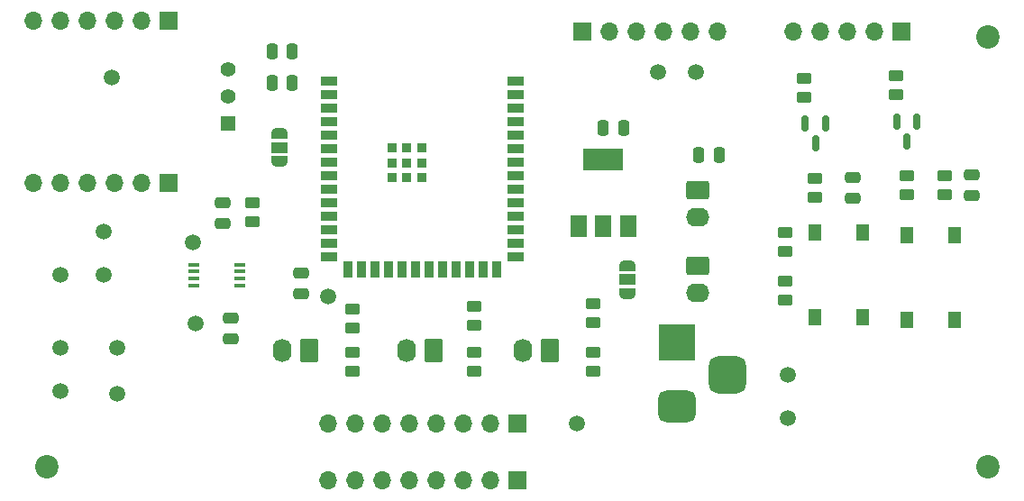
<source format=gbr>
G04 #@! TF.GenerationSoftware,KiCad,Pcbnew,7.0.10*
G04 #@! TF.CreationDate,2024-03-04T21:29:39-06:00*
G04 #@! TF.ProjectId,JargonJolt,4a617267-6f6e-44a6-9f6c-742e6b696361,rev?*
G04 #@! TF.SameCoordinates,Original*
G04 #@! TF.FileFunction,Soldermask,Top*
G04 #@! TF.FilePolarity,Negative*
%FSLAX46Y46*%
G04 Gerber Fmt 4.6, Leading zero omitted, Abs format (unit mm)*
G04 Created by KiCad (PCBNEW 7.0.10) date 2024-03-04 21:29:39*
%MOMM*%
%LPD*%
G01*
G04 APERTURE LIST*
G04 Aperture macros list*
%AMRoundRect*
0 Rectangle with rounded corners*
0 $1 Rounding radius*
0 $2 $3 $4 $5 $6 $7 $8 $9 X,Y pos of 4 corners*
0 Add a 4 corners polygon primitive as box body*
4,1,4,$2,$3,$4,$5,$6,$7,$8,$9,$2,$3,0*
0 Add four circle primitives for the rounded corners*
1,1,$1+$1,$2,$3*
1,1,$1+$1,$4,$5*
1,1,$1+$1,$6,$7*
1,1,$1+$1,$8,$9*
0 Add four rect primitives between the rounded corners*
20,1,$1+$1,$2,$3,$4,$5,0*
20,1,$1+$1,$4,$5,$6,$7,0*
20,1,$1+$1,$6,$7,$8,$9,0*
20,1,$1+$1,$8,$9,$2,$3,0*%
%AMFreePoly0*
4,1,19,0.550000,-0.750000,0.000000,-0.750000,0.000000,-0.744911,-0.071157,-0.744911,-0.207708,-0.704816,-0.327430,-0.627875,-0.420627,-0.520320,-0.479746,-0.390866,-0.500000,-0.250000,-0.500000,0.250000,-0.479746,0.390866,-0.420627,0.520320,-0.327430,0.627875,-0.207708,0.704816,-0.071157,0.744911,0.000000,0.744911,0.000000,0.750000,0.550000,0.750000,0.550000,-0.750000,0.550000,-0.750000,
$1*%
%AMFreePoly1*
4,1,19,0.000000,0.744911,0.071157,0.744911,0.207708,0.704816,0.327430,0.627875,0.420627,0.520320,0.479746,0.390866,0.500000,0.250000,0.500000,-0.250000,0.479746,-0.390866,0.420627,-0.520320,0.327430,-0.627875,0.207708,-0.704816,0.071157,-0.744911,0.000000,-0.744911,0.000000,-0.750000,-0.550000,-0.750000,-0.550000,0.750000,0.000000,0.750000,0.000000,0.744911,0.000000,0.744911,
$1*%
G04 Aperture macros list end*
%ADD10C,1.500000*%
%ADD11RoundRect,0.250000X-0.450000X0.262500X-0.450000X-0.262500X0.450000X-0.262500X0.450000X0.262500X0*%
%ADD12C,2.200000*%
%ADD13RoundRect,0.250000X0.475000X-0.250000X0.475000X0.250000X-0.475000X0.250000X-0.475000X-0.250000X0*%
%ADD14FreePoly0,270.000000*%
%ADD15R,1.500000X1.000000*%
%ADD16FreePoly1,270.000000*%
%ADD17R,1.700000X1.700000*%
%ADD18O,1.700000X1.700000*%
%ADD19R,3.500000X3.500000*%
%ADD20RoundRect,0.750000X1.000000X-0.750000X1.000000X0.750000X-1.000000X0.750000X-1.000000X-0.750000X0*%
%ADD21RoundRect,0.875000X0.875000X-0.875000X0.875000X0.875000X-0.875000X0.875000X-0.875000X-0.875000X0*%
%ADD22RoundRect,0.250000X0.250000X0.475000X-0.250000X0.475000X-0.250000X-0.475000X0.250000X-0.475000X0*%
%ADD23RoundRect,0.150000X-0.150000X0.587500X-0.150000X-0.587500X0.150000X-0.587500X0.150000X0.587500X0*%
%ADD24R,1.500000X0.900000*%
%ADD25R,0.900000X1.500000*%
%ADD26R,0.900000X0.900000*%
%ADD27R,1.300000X1.550000*%
%ADD28R,1.500000X2.000000*%
%ADD29R,3.800000X2.000000*%
%ADD30RoundRect,0.250000X0.450000X-0.262500X0.450000X0.262500X-0.450000X0.262500X-0.450000X-0.262500X0*%
%ADD31RoundRect,0.250000X0.620000X0.845000X-0.620000X0.845000X-0.620000X-0.845000X0.620000X-0.845000X0*%
%ADD32O,1.740000X2.190000*%
%ADD33RoundRect,0.250000X-0.475000X0.250000X-0.475000X-0.250000X0.475000X-0.250000X0.475000X0.250000X0*%
%ADD34RoundRect,0.250000X-0.845000X0.620000X-0.845000X-0.620000X0.845000X-0.620000X0.845000X0.620000X0*%
%ADD35O,2.190000X1.740000*%
%ADD36R,1.100000X0.400000*%
%ADD37RoundRect,0.250000X-0.250000X-0.475000X0.250000X-0.475000X0.250000X0.475000X-0.250000X0.475000X0*%
%ADD38RoundRect,0.102000X0.609000X-0.609000X0.609000X0.609000X-0.609000X0.609000X-0.609000X-0.609000X0*%
%ADD39C,1.422000*%
G04 APERTURE END LIST*
D10*
X121158000Y-88406000D03*
D11*
X155980000Y-99719500D03*
X155980000Y-101544500D03*
D12*
X115824000Y-110490000D03*
D10*
X129540000Y-89408000D03*
X117108000Y-92456000D03*
X165608000Y-106426000D03*
D13*
X132334000Y-87612000D03*
X132334000Y-85712000D03*
D10*
X122428000Y-103632000D03*
D14*
X170399500Y-91616000D03*
D15*
X170399500Y-92916000D03*
D16*
X170399500Y-94216000D03*
D10*
X117094000Y-103378000D03*
D17*
X127278000Y-83868000D03*
D18*
X124738000Y-83868000D03*
X122198000Y-83868000D03*
X119658000Y-83868000D03*
X117118000Y-83868000D03*
X114578000Y-83868000D03*
D14*
X137668000Y-79218000D03*
D15*
X137668000Y-80518000D03*
D16*
X137668000Y-81818000D03*
D10*
X173228000Y-73406000D03*
D11*
X195580000Y-73763500D03*
X195580000Y-75588500D03*
D19*
X175030000Y-98854000D03*
D20*
X175030000Y-104854000D03*
D21*
X179730000Y-101854000D03*
D13*
X191516000Y-85278000D03*
X191516000Y-83378000D03*
D10*
X142240000Y-94488000D03*
D22*
X138896000Y-71460000D03*
X136996000Y-71460000D03*
D12*
X204216000Y-70104000D03*
D10*
X185420000Y-105918000D03*
D23*
X197546000Y-78056500D03*
X195646000Y-78056500D03*
X196596000Y-79931500D03*
D24*
X142380000Y-74246000D03*
X142380000Y-75516000D03*
X142380000Y-76786000D03*
X142380000Y-78056000D03*
X142380000Y-79326000D03*
X142380000Y-80596000D03*
X142380000Y-81866000D03*
X142380000Y-83136000D03*
X142380000Y-84406000D03*
X142380000Y-85676000D03*
X142380000Y-86946000D03*
X142380000Y-88216000D03*
X142380000Y-89486000D03*
X142380000Y-90756000D03*
D25*
X144145000Y-92006000D03*
X145415000Y-92006000D03*
X146685000Y-92006000D03*
X147955000Y-92006000D03*
X149225000Y-92006000D03*
X150495000Y-92006000D03*
X151765000Y-92006000D03*
X153035000Y-92006000D03*
X154305000Y-92006000D03*
X155575000Y-92006000D03*
X156845000Y-92006000D03*
X158115000Y-92006000D03*
D24*
X159880000Y-90756000D03*
X159880000Y-89486000D03*
X159880000Y-88216000D03*
X159880000Y-86946000D03*
X159880000Y-85676000D03*
X159880000Y-84406000D03*
X159880000Y-83136000D03*
X159880000Y-81866000D03*
X159880000Y-80596000D03*
X159880000Y-79326000D03*
X159880000Y-78056000D03*
X159880000Y-76786000D03*
X159880000Y-75516000D03*
X159880000Y-74246000D03*
D26*
X148230000Y-80566000D03*
X148230000Y-81966000D03*
X148230000Y-83366000D03*
X148230000Y-83366000D03*
X149630000Y-80566000D03*
X149630000Y-80566000D03*
X149630000Y-81966000D03*
X149630000Y-83366000D03*
X151030000Y-80566000D03*
X151030000Y-81966000D03*
X151030000Y-83366000D03*
D17*
X166140000Y-69644000D03*
D18*
X168680000Y-69644000D03*
X171220000Y-69644000D03*
X173760000Y-69644000D03*
X176300000Y-69644000D03*
X178840000Y-69644000D03*
D11*
X186944000Y-74017500D03*
X186944000Y-75842500D03*
X200152000Y-83161500D03*
X200152000Y-84986500D03*
D27*
X201132000Y-88735000D03*
X201132000Y-96685000D03*
X196632000Y-88735000D03*
X196632000Y-96685000D03*
D28*
X165813500Y-87938000D03*
X168113500Y-87938000D03*
D29*
X168113500Y-81638000D03*
D28*
X170413500Y-87938000D03*
D30*
X196596000Y-84986500D03*
X196596000Y-83161500D03*
D27*
X192496000Y-88481000D03*
X192496000Y-96431000D03*
X187996000Y-88481000D03*
X187996000Y-96431000D03*
D31*
X152170000Y-99596000D03*
D32*
X149630000Y-99596000D03*
D33*
X133096000Y-96586000D03*
X133096000Y-98486000D03*
D10*
X176784000Y-73406000D03*
D33*
X139724000Y-92316000D03*
X139724000Y-94216000D03*
D17*
X127278000Y-68628000D03*
D18*
X124738000Y-68628000D03*
X122198000Y-68628000D03*
X119658000Y-68628000D03*
X117118000Y-68628000D03*
X114578000Y-68628000D03*
D13*
X202692000Y-85024000D03*
X202692000Y-83124000D03*
D11*
X167156000Y-95147500D03*
X167156000Y-96972500D03*
D17*
X160020000Y-111760000D03*
D18*
X157480000Y-111760000D03*
X154940000Y-111760000D03*
X152400000Y-111760000D03*
X149860000Y-111760000D03*
X147320000Y-111760000D03*
X144780000Y-111760000D03*
X142240000Y-111760000D03*
D30*
X187960000Y-85240500D03*
X187960000Y-83415500D03*
D23*
X188976000Y-78232000D03*
X187076000Y-78232000D03*
X188026000Y-80107000D03*
D17*
X196088000Y-69596000D03*
D18*
X193548000Y-69596000D03*
X191008000Y-69596000D03*
X188468000Y-69596000D03*
X185928000Y-69596000D03*
D11*
X167156000Y-99719500D03*
X167156000Y-101544500D03*
D30*
X185166000Y-90320500D03*
X185166000Y-88495500D03*
D11*
X144526000Y-99719500D03*
X144526000Y-101544500D03*
D31*
X163092000Y-99616000D03*
D32*
X160552000Y-99616000D03*
D10*
X121920000Y-73914000D03*
D12*
X204216000Y-110490000D03*
D31*
X140486000Y-99596000D03*
D32*
X137946000Y-99596000D03*
D10*
X185420000Y-101854000D03*
D11*
X185166000Y-93067500D03*
X185166000Y-94892500D03*
D10*
X121158000Y-92456000D03*
D34*
X177003500Y-84534000D03*
D35*
X177003500Y-87074000D03*
D36*
X129676000Y-91529000D03*
X129676000Y-92179000D03*
X129676000Y-92829000D03*
X129676000Y-93479000D03*
X133976000Y-93479000D03*
X133976000Y-92829000D03*
X133976000Y-92179000D03*
X133976000Y-91529000D03*
D10*
X117094000Y-99328000D03*
D34*
X176983500Y-91646000D03*
D35*
X176983500Y-94186000D03*
D37*
X168113500Y-78692000D03*
X170013500Y-78692000D03*
D10*
X122428000Y-99300000D03*
D17*
X160029000Y-106474000D03*
D18*
X157489000Y-106474000D03*
X154949000Y-106474000D03*
X152409000Y-106474000D03*
X149869000Y-106474000D03*
X147329000Y-106474000D03*
X144789000Y-106474000D03*
X142249000Y-106474000D03*
D22*
X138896000Y-74470000D03*
X136996000Y-74470000D03*
D11*
X135128000Y-85701500D03*
X135128000Y-87526500D03*
D38*
X132866000Y-78280000D03*
D39*
X132866000Y-75740000D03*
X132866000Y-73200000D03*
D37*
X177069500Y-81232000D03*
X178969500Y-81232000D03*
D11*
X155980000Y-95401500D03*
X155980000Y-97226500D03*
D10*
X129794000Y-97028000D03*
D11*
X144526000Y-95655500D03*
X144526000Y-97480500D03*
M02*

</source>
